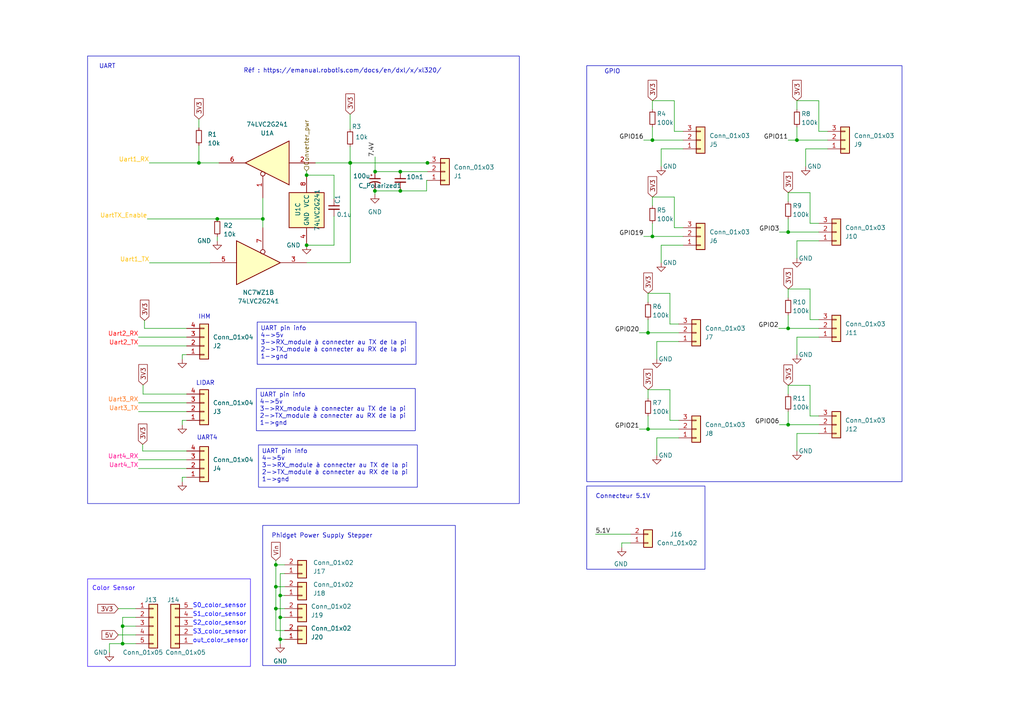
<source format=kicad_sch>
(kicad_sch (version 20230121) (generator eeschema)
  (paper "A4")
  (lib_symbols
    (symbol "74xGxx:74LVC2G241"
      (property "Reference" "U" (at 2.54 5.08 0))
      (property "Value" "74LVC2G241" (at 2.54 -7.62 0))
      (symbol "74LVC2G241_1_1"
        (polyline (pts (xy -7.62 6.35) (xy -7.62 -6.35) (xy 5.08 0) (xy -7.62 6.35)) (stroke (width 0.254)) (fill (type background)))
        (pin input inverted (at 0 10.16 270) (length 7.62) (name "~") (number "1"))
        (pin input line (at -15.24 0 0) (length 7.62) (name "~") (number "2"))
        (pin tri_state line (at 12.7 0 180) (length 7.62) (name "~") (number "6"))
      )
      (symbol "74LVC2G241_2_1"
        (polyline (pts (xy -7.62 6.35) (xy -7.62 -6.35) (xy 5.08 0) (xy -7.62 6.35)) (stroke (width 0.254)) (fill (type background)))
        (pin tri_state line (at 12.7 0 180) (length 7.62) (name "~") (number "3"))
        (pin input line (at -15.24 0 0) (length 7.62) (name "~") (number "5"))
        (pin input inverted (at 0 10.16 270) (length 7.62) (name "~") (number "7"))
      )
      (symbol "74LVC2G241_3_0"
        (rectangle (start -5.08 -5.08) (end 5.08 5.08) (stroke (width 0.254)) (fill (type background)))
      )
      (symbol "74LVC2G241_3_1"
        (pin power_in line (at 0 -10.16 90) (length 5.08) (name "GND") (number "4"))
        (pin power_in line (at 0 10.16 270) (length 5.08) (name "VCC") (number "8"))
      )
    )
    (symbol "Connector_Generic:Conn_01x02" (pin_names (offset 1.016) hide)
      (property "Reference" "J" (at 0 2.54 0))
      (property "Value" "Conn_01x02" (at 0 -5.08 0))
      (symbol "Conn_01x02_1_1"
        (rectangle (start -1.27 -2.413) (end 0 -2.667) (stroke (width 0.1524)))
        (rectangle (start -1.27 0.127) (end 0 -0.127) (stroke (width 0.1524)))
        (rectangle (start -1.27 1.27) (end 1.27 -3.81) (stroke (width 0.254)) (fill (type background)))
        (pin passive line (at -5.08 0 0) (length 3.81) (name "Pin_1") (number "1"))
        (pin passive line (at -5.08 -2.54 0) (length 3.81) (name "Pin_2") (number "2"))
      )
    )
    (symbol "Connector_Generic:Conn_01x03" (pin_names (offset 1.016) hide)
      (property "Reference" "J" (at 0 5.08 0))
      (property "Value" "Conn_01x03" (at 0 -5.08 0))
      (symbol "Conn_01x03_1_1"
        (rectangle (start -1.27 -2.413) (end 0 -2.667) (stroke (width 0.1524)))
        (rectangle (start -1.27 0.127) (end 0 -0.127) (stroke (width 0.1524)))
        (rectangle (start -1.27 2.667) (end 0 2.413) (stroke (width 0.1524)))
        (rectangle (start -1.27 3.81) (end 1.27 -3.81) (stroke (width 0.254)) (fill (type background)))
        (pin passive line (at -5.08 2.54 0) (length 3.81) (name "Pin_1") (number "1"))
        (pin passive line (at -5.08 0 0) (length 3.81) (name "Pin_2") (number "2"))
        (pin passive line (at -5.08 -2.54 0) (length 3.81) (name "Pin_3") (number "3"))
      )
    )
    (symbol "Connector_Generic:Conn_01x04" (pin_names (offset 1.016) hide)
      (property "Reference" "J" (at 0 5.08 0))
      (property "Value" "Conn_01x04" (at 0 -7.62 0))
      (symbol "Conn_01x04_1_1"
        (rectangle (start -1.27 -4.953) (end 0 -5.207) (stroke (width 0.1524)))
        (rectangle (start -1.27 -2.413) (end 0 -2.667) (stroke (width 0.1524)))
        (rectangle (start -1.27 0.127) (end 0 -0.127) (stroke (width 0.1524)))
        (rectangle (start -1.27 2.667) (end 0 2.413) (stroke (width 0.1524)))
        (rectangle (start -1.27 3.81) (end 1.27 -6.35) (stroke (width 0.254)) (fill (type background)))
        (pin passive line (at -5.08 2.54 0) (length 3.81) (name "Pin_1") (number "1"))
        (pin passive line (at -5.08 0 0) (length 3.81) (name "Pin_2") (number "2"))
        (pin passive line (at -5.08 -2.54 0) (length 3.81) (name "Pin_3") (number "3"))
        (pin passive line (at -5.08 -5.08 0) (length 3.81) (name "Pin_4") (number "4"))
      )
    )
    (symbol "Connector_Generic:Conn_01x05" (pin_names (offset 1.016) hide)
      (property "Reference" "J" (at 0 7.62 0))
      (property "Value" "Conn_01x05" (at 0 -7.62 0))
      (symbol "Conn_01x05_1_1"
        (rectangle (start -1.27 -4.953) (end 0 -5.207) (stroke (width 0.1524)))
        (rectangle (start -1.27 -2.413) (end 0 -2.667) (stroke (width 0.1524)))
        (rectangle (start -1.27 0.127) (end 0 -0.127) (stroke (width 0.1524)))
        (rectangle (start -1.27 2.667) (end 0 2.413) (stroke (width 0.1524)))
        (rectangle (start -1.27 5.207) (end 0 4.953) (stroke (width 0.1524)))
        (rectangle (start -1.27 6.35) (end 1.27 -6.35) (stroke (width 0.254)) (fill (type background)))
        (pin passive line (at -5.08 5.08 0) (length 3.81) (name "Pin_1") (number "1"))
        (pin passive line (at -5.08 2.54 0) (length 3.81) (name "Pin_2") (number "2"))
        (pin passive line (at -5.08 0 0) (length 3.81) (name "Pin_3") (number "3"))
        (pin passive line (at -5.08 -2.54 0) (length 3.81) (name "Pin_4") (number "4"))
        (pin passive line (at -5.08 -5.08 0) (length 3.81) (name "Pin_5") (number "5"))
      )
    )
    (symbol "Device:C_Polarized_Small_US" (pin_numbers hide) (pin_names (offset 0.254) hide)
      (property "Reference" "C" (at 0.254 1.778 0))
      (property "Value" "C_Polarized_Small_US" (at 0.254 -2.032 0))
      (symbol "C_Polarized_Small_US_0_1"
        (polyline (pts (xy -1.524 0.508) (xy 1.524 0.508)) (stroke (width 0.3048)))
        (polyline (pts (xy -1.27 1.524) (xy -0.762 1.524)))
        (polyline (pts (xy -1.016 1.27) (xy -1.016 1.778)))
        (arc (start 1.524 -0.762) (mid 0 -0.3734) (end -1.524 -0.762) (stroke (width 0.3048)))
      )
      (symbol "C_Polarized_Small_US_1_1"
        (pin passive line (at 0 2.54 270) (length 2.032) (name "~") (number "1"))
        (pin passive line (at 0 -2.54 90) (length 2.032) (name "~") (number "2"))
      )
    )
    (symbol "Device:C_Small" (pin_numbers hide) (pin_names (offset 0.254) hide)
      (property "Reference" "C" (at 0.254 1.778 0))
      (property "Value" "C_Small" (at 0.254 -2.032 0))
      (symbol "C_Small_0_1"
        (polyline (pts (xy -1.524 -0.508) (xy 1.524 -0.508)) (stroke (width 0.3302)))
        (polyline (pts (xy -1.524 0.508) (xy 1.524 0.508)) (stroke (width 0.3048)))
      )
      (symbol "C_Small_1_1"
        (pin passive line (at 0 2.54 270) (length 2.032) (name "~") (number "1"))
        (pin passive line (at 0 -2.54 90) (length 2.032) (name "~") (number "2"))
      )
    )
    (symbol "Device:R_Small" (pin_numbers hide) (pin_names (offset 0.254) hide)
      (property "Reference" "R" (at 0.762 0.508 0))
      (property "Value" "R_Small" (at 0.762 -1.016 0))
      (symbol "R_Small_0_1"
        (rectangle (start -0.762 1.778) (end 0.762 -1.778) (stroke (width 0.2032)))
      )
      (symbol "R_Small_1_1"
        (pin passive line (at 0 2.54 270) (length 0.762) (name "~") (number "1"))
        (pin passive line (at 0 -2.54 90) (length 0.762) (name "~") (number "2"))
      )
    )
    (symbol "power:GND" (power) (pin_names (offset 0))
      (property "Value" "GND" (at 0 -3.81 0))
      (symbol "GND_0_1"
        (polyline (pts (xy 0 0) (xy 0 -1.27) (xy 1.27 -1.27) (xy 0 -2.54) (xy -1.27 -1.27) (xy 0 -1.27)))
      )
      (symbol "GND_1_1"
        (pin power_in line (at 0 0 270) (length 0) hide (name "GND") (number "1"))
      )
    )
  )
  (junction (at 108.7402 55.372))
  (junction (at 76.2282 63.5))
  (junction (at 228.6 95.25))
  (junction (at 80.01 170.18))
  (junction (at 81.28 185.42))
  (junction (at 116.1062 55.372))
  (junction (at 81.28 179.07))
  (junction (at 63.0202 63.5))
  (junction (at 231.14 40.64))
  (junction (at 228.6 67.31))
  (junction (at 187.96 96.52))
  (junction (at 88.9282 50.8))
  (junction (at 35.56 181.61))
  (junction (at 80.01 176.53))
  (junction (at 189.23 68.58))
  (junction (at 35.56 186.69))
  (junction (at 88.9282 71.12))
  (junction (at 80.01 163.83))
  (junction (at 116.1062 49.784))
  (junction (at 189.23 40.64))
  (junction (at 108.7926 49.784))
  (junction (at 101.5464 47.244))
  (junction (at 81.28 172.72))
  (junction (at 187.96 124.46))
  (junction (at 123.9802 47.244))
  (junction (at 57.6862 47.244))
  (junction (at 101.6 47.244))
  (junction (at 228.6 123.19))
  (wire (pts (xy 35.56 186.69) (xy 31.75 186.69)))
  (wire (pts (xy 198.12 43.18) (xy 191.77 43.18)))
  (wire (pts (xy 231.14 69.85) (xy 231.14 74.93)))
  (wire (pts (xy 194.31 85.09) (xy 194.31 93.98)))
  (wire (pts (xy 237.49 38.1) (xy 240.03 38.1)))
  (wire (pts (xy 187.96 113.03) (xy 187.96 115.57)))
  (wire (pts (xy 108.7402 55.372) (xy 108.7402 54.864)))
  (wire (pts (xy 237.49 97.79) (xy 231.14 97.79)))
  (wire (pts (xy 108.7402 55.372) (xy 108.7402 56.388)))
  (wire (pts (xy 123.9802 47.244) (xy 124.2342 47.244)))
  (wire (pts (xy 80.01 162.56) (xy 80.01 163.83)))
  (wire (pts (xy 195.58 57.15) (xy 195.58 66.04)))
  (wire (pts (xy 231.14 97.79) (xy 231.14 102.87)))
  (wire (pts (xy 196.85 127) (xy 190.5 127)))
  (wire (pts (xy 187.96 85.09) (xy 194.31 85.09)))
  (wire (pts (xy 62.7662 63.246) (xy 63.0202 63.246)))
  (wire (pts (xy 63.0202 63.246) (xy 63.0202 63.5)))
  (wire (pts (xy 231.14 125.73) (xy 231.14 130.81)))
  (wire (pts (xy 57.6862 47.244) (xy 63.5282 47.244)))
  (wire (pts (xy 80.01 176.53) (xy 82.55 176.53)))
  (wire (pts (xy 43.2781 47.244) (xy 57.6862 47.244)))
  (wire (pts (xy 189.23 64.77) (xy 189.23 68.58)))
  (wire (pts (xy 228.6 119.38) (xy 228.6 123.19)))
  (wire (pts (xy 40.1602 119.38) (xy 54.1302 119.38)))
  (wire (pts (xy 108.7402 49.784) (xy 108.7926 49.784)))
  (wire (pts (xy 101.5464 42.5468) (xy 101.5464 47.244)))
  (wire (pts (xy 237.49 29.21) (xy 237.49 38.1)))
  (wire (pts (xy 96.8814 50.8) (xy 96.8814 57.6511)))
  (wire (pts (xy 41.9072 95.25) (xy 54.1302 95.25)))
  (wire (pts (xy 81.28 185.42) (xy 81.28 186.69)))
  (wire (pts (xy 80.01 170.18) (xy 82.55 170.18)))
  (wire (pts (xy 187.96 92.71) (xy 187.96 96.52)))
  (wire (pts (xy 225.8376 95.25) (xy 228.6 95.25)))
  (wire (pts (xy 40.1602 135.89) (xy 54.1302 135.89)))
  (wire (pts (xy 185.42 96.52) (xy 187.96 96.52)))
  (wire (pts (xy 228.6 40.64) (xy 231.14 40.64)))
  (wire (pts (xy 226.06 67.31) (xy 228.6 67.31)))
  (wire (pts (xy 189.23 40.64) (xy 198.12 40.64)))
  (wire (pts (xy 234.95 92.71) (xy 237.49 92.71)))
  (wire (pts (xy 52.8602 121.92) (xy 54.1302 121.92)))
  (wire (pts (xy 195.58 29.21) (xy 195.58 38.1)))
  (wire (pts (xy 234.95 64.77) (xy 237.49 64.77)))
  (wire (pts (xy 123.7262 52.324) (xy 123.9802 52.324)))
  (wire (pts (xy 101.5464 33.1488) (xy 101.5464 37.4668)))
  (wire (pts (xy 41.9072 92.964) (xy 41.9072 95.25)))
  (wire (pts (xy 237.49 69.85) (xy 231.14 69.85)))
  (wire (pts (xy 101.5464 47.244) (xy 101.6 47.244)))
  (wire (pts (xy 189.23 57.15) (xy 189.23 59.69)))
  (wire (pts (xy 80.01 163.83) (xy 80.01 170.18)))
  (wire (pts (xy 228.6 111.76) (xy 228.6 114.3)))
  (wire (pts (xy 189.23 36.83) (xy 189.23 40.64)))
  (wire (pts (xy 231.14 36.83) (xy 231.14 40.64)))
  (wire (pts (xy 88.9282 76.2) (xy 101.6 76.2)))
  (wire (pts (xy 194.31 121.92) (xy 196.85 121.92)))
  (wire (pts (xy 60.9882 76.2303) (xy 60.9882 76.2)))
  (wire (pts (xy 40.1602 133.35) (xy 54.1302 133.35)))
  (wire (pts (xy 187.96 113.03) (xy 194.31 113.03)))
  (wire (pts (xy 187.96 124.46) (xy 196.85 124.46)))
  (wire (pts (xy 234.95 55.88) (xy 234.95 64.77)))
  (wire (pts (xy 228.6 95.25) (xy 237.49 95.25)))
  (wire (pts (xy 35.56 181.61) (xy 35.56 186.69)))
  (wire (pts (xy 186.69 68.58) (xy 189.23 68.58)))
  (wire (pts (xy 40.1602 116.84) (xy 54.1302 116.84)))
  (wire (pts (xy 108.7926 49.784) (xy 116.1062 49.784)))
  (wire (pts (xy 82.55 185.42) (xy 81.28 185.42)))
  (wire (pts (xy 101.6 47.244) (xy 123.9802 47.244)))
  (wire (pts (xy 82.55 179.07) (xy 81.28 179.07)))
  (wire (pts (xy 39.37 186.69) (xy 35.56 186.69)))
  (wire (pts (xy 52.8602 123.19) (xy 52.8602 121.92)))
  (wire (pts (xy 52.8602 102.87) (xy 54.1302 102.87)))
  (wire (pts (xy 231.14 29.21) (xy 231.14 31.75)))
  (wire (pts (xy 116.1062 55.372) (xy 116.1062 54.864)))
  (wire (pts (xy 41.4925 111.6585) (xy 41.4925 114.3)))
  (wire (pts (xy 191.77 43.18) (xy 191.77 48.26)))
  (wire (pts (xy 88.9201 50.8) (xy 88.9201 49.5599)))
  (wire (pts (xy 187.96 85.09) (xy 187.96 87.63)))
  (wire (pts (xy 180.34 157.48) (xy 180.34 158.75)))
  (wire (pts (xy 228.6 83.82) (xy 228.6 86.36)))
  (wire (pts (xy 80.01 170.18) (xy 80.01 176.53)))
  (wire (pts (xy 240.03 43.18) (xy 233.68 43.18)))
  (wire (pts (xy 96.8814 62.7311) (xy 96.8814 71.12)))
  (wire (pts (xy 191.77 71.12) (xy 191.77 76.2)))
  (wire (pts (xy 228.6 123.19) (xy 237.49 123.19)))
  (wire (pts (xy 172.72 154.94) (xy 182.88 154.94)))
  (wire (pts (xy 196.85 99.06) (xy 190.5 99.06)))
  (wire (pts (xy 198.12 71.12) (xy 191.77 71.12)))
  (wire (pts (xy 195.58 66.04) (xy 198.12 66.04)))
  (wire (pts (xy 34.29 176.53) (xy 39.37 176.53)))
  (wire (pts (xy 76.2282 63.5) (xy 63.0202 63.5)))
  (wire (pts (xy 88.9282 71.12) (xy 96.8814 71.12)))
  (wire (pts (xy 228.6 111.76) (xy 234.95 111.76)))
  (wire (pts (xy 88.9201 50.8) (xy 88.9282 50.8)))
  (wire (pts (xy 123.7262 55.372) (xy 123.7262 52.324)))
  (wire (pts (xy 76.2282 57.404) (xy 76.2282 63.5)))
  (wire (pts (xy 108.7402 55.372) (xy 116.1062 55.372)))
  (wire (pts (xy 194.31 113.03) (xy 194.31 121.92)))
  (wire (pts (xy 40.1602 100.33) (xy 54.1302 100.33)))
  (wire (pts (xy 63.0202 69.85) (xy 63.0202 68.58)))
  (wire (pts (xy 82.55 163.83) (xy 80.01 163.83)))
  (wire (pts (xy 39.37 179.07) (xy 35.56 179.07)))
  (wire (pts (xy 62.7662 63.5) (xy 42.7002 63.5)))
  (wire (pts (xy 228.6 55.88) (xy 228.6 58.42)))
  (wire (pts (xy 81.28 179.07) (xy 81.28 185.42)))
  (wire (pts (xy 41.4925 114.3) (xy 54.1302 114.3)))
  (wire (pts (xy 190.5 99.06) (xy 190.5 104.14)))
  (wire (pts (xy 41.9382 92.964) (xy 41.9072 92.964)))
  (wire (pts (xy 116.1062 55.372) (xy 123.7262 55.372)))
  (wire (pts (xy 195.58 38.1) (xy 198.12 38.1)))
  (wire (pts (xy 35.56 179.07) (xy 35.56 181.61)))
  (wire (pts (xy 57.6862 34.544) (xy 57.6862 37.084)))
  (wire (pts (xy 182.88 157.48) (xy 180.34 157.48)))
  (wire (pts (xy 228.6 91.44) (xy 228.6 95.25)))
  (wire (pts (xy 226.06 123.19) (xy 228.6 123.19)))
  (wire (pts (xy 190.5 127) (xy 190.5 132.08)))
  (wire (pts (xy 186.69 40.64) (xy 189.23 40.64)))
  (wire (pts (xy 80.01 182.88) (xy 82.55 182.88)))
  (wire (pts (xy 189.23 57.15) (xy 195.58 57.15)))
  (wire (pts (xy 52.8602 139.7) (xy 52.8602 138.43)))
  (wire (pts (xy 80.01 176.53) (xy 80.01 182.88)))
  (wire (pts (xy 82.55 166.37) (xy 81.28 166.37)))
  (wire (pts (xy 187.96 96.52) (xy 196.85 96.52)))
  (wire (pts (xy 81.28 172.72) (xy 82.55 172.72)))
  (wire (pts (xy 189.23 29.21) (xy 195.58 29.21)))
  (wire (pts (xy 233.68 43.18) (xy 233.68 48.26)))
  (wire (pts (xy 81.28 166.37) (xy 81.28 172.72)))
  (wire (pts (xy 234.95 111.76) (xy 234.95 120.65)))
  (wire (pts (xy 41.376 130.81) (xy 54.1302 130.81)))
  (wire (pts (xy 228.6 55.88) (xy 234.95 55.88)))
  (wire (pts (xy 228.6 67.31) (xy 237.49 67.31)))
  (wire (pts (xy 34.29 184.15) (xy 39.37 184.15)))
  (wire (pts (xy 234.95 120.65) (xy 237.49 120.65)))
  (wire (pts (xy 31.75 186.69) (xy 31.75 189.23)))
  (wire (pts (xy 231.14 29.21) (xy 237.49 29.21)))
  (wire (pts (xy 52.8602 104.14) (xy 52.8602 102.87)))
  (wire (pts (xy 231.14 40.64) (xy 240.03 40.64)))
  (wire (pts (xy 41.376 128.9051) (xy 41.376 130.81)))
  (wire (pts (xy 57.6862 42.164) (xy 57.6862 47.244)))
  (wire (pts (xy 108.7926 45.515) (xy 108.7926 49.784)))
  (wire (pts (xy 228.6 83.82) (xy 234.95 83.82)))
  (wire (pts (xy 43.3378 76.2303) (xy 60.9882 76.2303)))
  (wire (pts (xy 40.1602 97.79) (xy 54.1302 97.79)))
  (wire (pts (xy 185.42 124.46) (xy 187.96 124.46)))
  (wire (pts (xy 194.31 93.98) (xy 196.85 93.98)))
  (wire (pts (xy 76.2282 63.5) (xy 76.2282 66.04)))
  (wire (pts (xy 189.23 68.58) (xy 198.12 68.58)))
  (wire (pts (xy 91.4682 47.244) (xy 101.5464 47.244)))
  (wire (pts (xy 88.9282 50.8) (xy 96.8814 50.8)))
  (wire (pts (xy 116.1062 49.784) (xy 123.9802 49.784)))
  (wire (pts (xy 62.7662 63.5) (xy 62.7662 63.246)))
  (wire (pts (xy 81.28 172.72) (xy 81.28 179.07)))
  (wire (pts (xy 187.96 120.65) (xy 187.96 124.46)))
  (wire (pts (xy 234.95 83.82) (xy 234.95 92.71)))
  (wire (pts (xy 35.56 181.61) (xy 39.37 181.61)))
  (wire (pts (xy 228.6 63.5) (xy 228.6 67.31)))
  (wire (pts (xy 101.6 76.2) (xy 101.6 47.244)))
  (wire (pts (xy 189.23 29.21) (xy 189.23 31.75)))
  (wire (pts (xy 237.49 125.73) (xy 231.14 125.73)))
  (wire (pts (xy 52.8602 138.43) (xy 54.1302 138.43)))
  (rectangle (start 25.4 16.256) (end 150.622 146.05))
  (rectangle (start 25.4 167.894) (end 72.644 193.294) (stroke (width 0) (color 40 0 255 1)))
  (rectangle (start 76.2 152.4) (end 132.08 193.04))
  (rectangle (start 170.18 140.97) (end 204.47 165.1))
  (rectangle (start 170.18 19.05) (end 261.62 139.7))
  (text_box "UART pin info\n4->5v\n3->RX_module à connecter au TX de la pi\n2->TX_module à connecter au RX de la pi\n1->gnd" (at 74.3659 112.6781 0) (size 46.0792 12.2522) (effects (font (size 1.27 1.27)) (justify left top)))
  (text_box "UART pin info\n4->5v\n3->RX_module à connecter au TX de la pi\n2->TX_module à connecter au RX de la pi\n1->gnd" (at 74.968 129.0507 0) (size 46.0792 12.2522) (effects (font (size 1.27 1.27)) (justify left top)))
  (text_box "UART pin info\n4->5v\n3->RX_module à connecter au TX de la pi\n2->TX_module à connecter au RX de la pi\n1->gnd" (at 74.599 93.4118 0) (size 46.0792 12.2522) (effects (font (size 1.27 1.27)) (justify left top)))
  (text "GPIO" (at 175.26 21.59 0) (effects (font (size 1.27 1.27)) (justify left bottom)))
  (text "LIDAR" (at 56.8281 111.9595 0) (effects (font (size 1.27 1.27)) (justify left bottom)))
  (text "Connecteur 5.1V\n" (at 172.72 144.78 0) (effects (font (size 1.27 1.27)) (justify left bottom)))
  (text "IHM\n" (at 57.5273 92.732 0) (effects (font (size 1.27 1.27)) (justify left bottom)))
  (text "Réf : https://emanual.robotis.com/docs/en/dxl/x/xl320/" (at 70.612 21.336 0) (effects (font (size 1.27 1.27)) (justify left bottom)))
  (text "Color Sensor" (at 26.67 171.45 0) (effects (font (size 1.27 1.27)) (justify left bottom)))
  (text "Phidget Power Supply Stepper" (at 78.74 156.21 0) (effects (font (size 1.27 1.27)) (justify left bottom)))
  (text "UART4" (at 57.0611 127.8077 0) (effects (font (size 1.27 1.27)) (justify left bottom)))
  (text "UART\n" (at 28.702 20.066 0) (effects (font (size 1.27 1.27)) (justify left bottom)))
  (label "Uart1_TX" (at 43.3378 76.2303 180))
  (label "7.4V" (at 108.7926 45.515 90))
  (label "Uart4_TX" (at 40.1602 135.89 180))
  (label "5.1V" (at 172.72 154.94 0))
  (label "GPIO20" (at 185.42 96.52 180) (property "info" "pwm" (effects hide)))
  (label "Uart3_RX" (at 40.1602 116.84 180))
  (label "S1_color_sensor" (at 55.88 179.07 0))
  (label "S3_color_sensor" (at 55.88 184.15 0))
  (label "Uart1_RX" (at 43.2781 47.244 180))
  (label "Uart4_RX" (at 40.1602 133.35 180))
  (label "GPIO06" (at 226.06 123.19 180) (property "info" "pwm" (effects hide)))
  (label "GPIO11" (at 228.6 40.64 180) (property "info" "pwm" (effects hide)))
  (label "Uart2_TX" (at 40.1602 100.33 180))
  (label "out_color_sensor" (at 55.88 186.69 0))
  (label "GPIO21" (at 185.42 124.46 180) (property "info" "pwm" (effects hide)))
  (label "GPIO2" (at 225.8376 95.25 180) (property "info" "pwm" (effects hide)))
  (label "Uart2_RX" (at 40.1602 97.79 180))
  (label "GPIO16" (at 186.69 40.64 180) (property "info" "pwm" (effects hide)))
  (label "S0_color_sensor" (at 55.88 176.53 0))
  (label "GPIO19" (at 186.69 68.58 180) (property "info" "pwm" (effects hide)))
  (label "S2_color_sensor" (at 55.88 181.61 0))
  (label "UartTX_Enable" (at 42.7002 63.5 180))
  (label "GPIO3" (at 226.06 67.31 180) (property "info" "pwm" (effects hide)))
  (label "Uart3_TX" (at 40.1602 119.38 180))
  (global_label "3V3" (shape input) (at 41.4925 111.6585 90) (property "Intersheetrefs" "${INTERSHEET_REFS}" (effects hide)))
  (global_label "3V3" (shape input) (at 57.6862 34.544 90) (property "Intersheetrefs" "${INTERSHEET_REFS}" (effects hide)))
  (global_label "3V3" (shape input) (at 41.9382 92.964 90) (property "Intersheetrefs" "${INTERSHEET_REFS}" (effects hide)))
  (global_label "3V3" (shape input) (at 101.5464 33.1488 90) (property "Intersheetrefs" "${INTERSHEET_REFS}" (effects hide)))
  (global_label "3V3" (shape input) (at 228.6 111.76 90) (property "Intersheetrefs" "${INTERSHEET_REFS}" (effects hide)))
  (global_label "3V3" (shape input) (at 231.14 29.21 90) (property "Intersheetrefs" "${INTERSHEET_REFS}" (effects hide)))
  (global_label "3V3" (shape input) (at 189.23 57.15 90) (property "Intersheetrefs" "${INTERSHEET_REFS}" (effects hide)))
  (global_label "3V3" (shape input) (at 187.96 113.03 90) (property "Intersheetrefs" "${INTERSHEET_REFS}" (effects hide)))
  (global_label "5V" (shape input) (at 34.29 184.15 180) (property "Intersheetrefs" "${INTERSHEET_REFS}" (effects hide)))
  (global_label "3V3" (shape input) (at 34.29 176.53 180) (property "Intersheetrefs" "${INTERSHEET_REFS}" (effects hide)))
  (global_label "3V3" (shape input) (at 228.6 55.88 90) (property "Intersheetrefs" "${INTERSHEET_REFS}" (effects hide)))
  (global_label "3V3" (shape input) (at 228.6 83.82 90) (property "Intersheetrefs" "${INTERSHEET_REFS}" (effects hide)))
  (global_label "3V3" (shape input) (at 189.23 29.21 90) (property "Intersheetrefs" "${INTERSHEET_REFS}" (effects hide)))
  (global_label "3V3" (shape input) (at 187.96 85.09 90) (property "Intersheetrefs" "${INTERSHEET_REFS}" (effects hide)))
  (global_label "3V3" (shape input) (at 41.376 128.9051 90) (property "Intersheetrefs" "${INTERSHEET_REFS}" (effects hide)))
  (global_label "Vin" (shape input) (at 80.01 162.56 90) (property "Intersheetrefs" "${INTERSHEET_REFS}" (effects hide)))
  (hierarchical_label "Converter_pwr" (shape input) (at 88.9201 49.5599 90))
  (symbol (lib_id "Connector_Generic:Conn_01x02") (at 87.63 185.42 0) (mirror x) (unit 1)
    (property "Reference" "J20" (at 90.17 184.785 0) (effects (justify left)))
    (property "Value" "Conn_01x02" (at 90.17 182.245 0) (effects (justify left)))
  )
  (symbol (lib_id "power:GND") (at 231.14 74.93 0) (unit 1)
    (property "Reference" "#PWR012" (effects hide))
    (property "Value" "GND" (at 233.68 74.93 0))
  )
  (symbol (lib_id "Device:R_Small") (at 228.6 116.84 0) (unit 1)
    (property "Reference" "R11" (at 229.87 115.57 0) (effects (justify left)))
    (property "Value" "100k" (at 229.87 118.11 0) (effects (justify left)))
    (property "Footprint" "Resistor_SMD:R_0402_1005Metric" (effects hide))
  )
  (symbol (lib_id "power:GND") (at 190.5 104.14 0) (unit 1)
    (property "Reference" "#PWR09" (effects hide))
    (property "Value" "GND" (at 193.04 104.14 0))
  )
  (symbol (lib_id "Connector_Generic:Conn_01x04") (at 59.2102 100.33 0) (mirror x) (unit 1)
    (property "Reference" "J2" (at 61.7502 100.33 0) (effects (justify left)))
    (property "Value" "Conn_01x04" (at 61.7502 97.79 0) (effects (justify left)))
  )
  (symbol (lib_id "power:GND") (at 191.77 48.26 0) (unit 1)
    (property "Reference" "#PWR07" (effects hide))
    (property "Value" "GND" (at 194.31 48.26 0))
  )
  (symbol (lib_id "Connector_Generic:Conn_01x03") (at 203.2 40.64 0) (mirror x) (unit 1)
    (property "Reference" "J5" (at 205.74 41.91 0) (effects (justify left)))
    (property "Value" "Conn_01x03" (at 205.74 39.37 0) (effects (justify left)))
  )
  (symbol (lib_id "power:GND") (at 190.5 132.08 0) (unit 1)
    (property "Reference" "#PWR010" (effects hide))
    (property "Value" "GND" (at 193.04 132.08 0))
  )
  (symbol (lib_id "Connector_Generic:Conn_01x03") (at 203.2 68.58 0) (mirror x) (unit 1)
    (property "Reference" "J6" (at 205.74 69.85 0) (effects (justify left)))
    (property "Value" "Conn_01x03" (at 205.74 67.31 0) (effects (justify left)))
  )
  (symbol (lib_id "Connector_Generic:Conn_01x03") (at 129.0602 49.784 0) (mirror x) (unit 1)
    (property "Reference" "J1" (at 131.6002 51.054 0) (effects (justify left)))
    (property "Value" "Conn_01x03" (at 131.6002 48.514 0) (effects (justify left)))
  )
  (symbol (lib_id "74xGxx:74LVC2G241") (at 76.2282 76.2 0) (unit 2)
    (property "Reference" "NC7WZ1" (at 74.9582 84.836 0))
    (property "Value" "74LVC2G241" (at 74.9582 87.376 0))
    (property "Datasheet" "https://www.ti.com/lit/ds/symlink/sn74lvc2g241.pdf?ts=1706023484753" (effects hide))
    (property "Numero de fabrication" "SN74LVC2G241DCTR" (effects hide))
    (property "nemero mouser" "595-SN74LVC2G241DCTR" (effects hide))
  )
  (symbol (lib_id "Device:R_Small") (at 228.6 88.9 0) (unit 1)
    (property "Reference" "R10" (at 229.87 87.63 0) (effects (justify left)))
    (property "Value" "100k" (at 229.87 90.17 0) (effects (justify left)))
    (property "Footprint" "Resistor_SMD:R_0402_1005Metric" (effects hide))
  )
  (symbol (lib_id "Connector_Generic:Conn_01x03") (at 245.11 40.64 0) (mirror x) (unit 1)
    (property "Reference" "J9" (at 247.65 41.91 0) (effects (justify left)))
    (property "Value" "Conn_01x03" (at 247.65 39.37 0) (effects (justify left)))
  )
  (symbol (lib_id "power:GND") (at 231.14 130.81 0) (unit 1)
    (property "Reference" "#PWR014" (effects hide))
    (property "Value" "GND" (at 233.68 130.81 0))
  )
  (symbol (lib_id "power:GND") (at 233.68 48.26 0) (unit 1)
    (property "Reference" "#PWR011" (effects hide))
    (property "Value" "GND" (at 236.22 48.26 0))
  )
  (symbol (lib_id "Connector_Generic:Conn_01x03") (at 201.93 96.52 0) (mirror x) (unit 1)
    (property "Reference" "J7" (at 204.47 97.79 0) (effects (justify left)))
    (property "Value" "Conn_01x03" (at 204.47 95.25 0) (effects (justify left)))
  )
  (symbol (lib_id "power:GND") (at 108.7402 56.388 0) (unit 1)
    (property "Reference" "#PWR03" (effects hide))
    (property "Value" "GND" (at 108.7402 61.468 0))
  )
  (symbol (lib_id "Device:R_Small") (at 228.6 60.96 0) (unit 1)
    (property "Reference" "R9" (at 229.87 59.69 0) (effects (justify left)))
    (property "Value" "100k" (at 229.87 62.23 0) (effects (justify left)))
    (property "Footprint" "Resistor_SMD:R_0402_1005Metric" (effects hide))
  )
  (symbol (lib_id "Connector_Generic:Conn_01x03") (at 242.57 67.31 0) (mirror x) (unit 1)
    (property "Reference" "J10" (at 245.11 68.58 0) (effects (justify left)))
    (property "Value" "Conn_01x03" (at 245.11 66.04 0) (effects (justify left)))
  )
  (symbol (lib_id "Device:R_Small") (at 57.6862 39.624 0) (unit 1)
    (property "Reference" "R1" (at 60.2262 38.989 0) (effects (justify left)))
    (property "Value" "10k" (at 60.2262 41.529 0) (effects (justify left)))
  )
  (symbol (lib_id "Connector_Generic:Conn_01x05") (at 50.8 181.61 180) (unit 1)
    (property "Reference" "J14" (at 52.07 173.99 0) (effects (justify left)))
    (property "Value" "Conn_01x05" (at 59.69 189.23 0) (effects (justify left)))
  )
  (symbol (lib_id "Device:C_Polarized_Small_US") (at 108.7402 52.324 0) (unit 1)
    (property "Reference" "C_Polarized1" (at 103.9142 53.848 0) (effects (justify left)))
    (property "Value" "100u" (at 102.3902 51.054 0) (effects (justify left)))
  )
  (symbol (lib_id "Connector_Generic:Conn_01x02") (at 87.63 179.07 0) (mirror x) (unit 1)
    (property "Reference" "J19" (at 90.17 178.435 0) (effects (justify left)))
    (property "Value" "Conn_01x02" (at 90.17 175.895 0) (effects (justify left)))
  )
  (symbol (lib_id "Connector_Generic:Conn_01x05") (at 44.45 181.61 0) (unit 1)
    (property "Reference" "J13" (at 41.91 173.99 0) (effects (justify left)))
    (property "Value" "Conn_01x05" (at 35.56 189.23 0) (effects (justify left)))
  )
  (symbol (lib_id "power:GND") (at 81.28 186.69 0) (unit 1)
    (property "Reference" "#PWR025" (effects hide))
    (property "Value" "GND" (at 81.28 191.77 0))
  )
  (symbol (lib_id "74xGxx:74LVC2G241") (at 76.2282 47.244 180) (unit 1)
    (property "Reference" "U1" (at 77.4982 38.608 0))
    (property "Value" "74LVC2G241" (at 77.4982 36.068 0))
    (property "Datasheet" "https://www.ti.com/lit/ds/symlink/sn74lvc2g241.pdf?ts=1706023484753" (effects hide))
    (property "numero mouser" "595-SN74LVC2G241DCTR" (effects hide))
  )
  (symbol (lib_id "power:GND") (at 52.8602 123.19 0) (unit 1)
    (property "Reference" "#PWR05" (effects hide))
    (property "Value" "GND" (effects hide))
  )
  (symbol (lib_id "Device:R_Small") (at 101.5464 40.0068 0) (unit 1)
    (property "Reference" "R3" (at 102.0544 36.7048 0) (effects (justify left)))
    (property "Value" "10k" (at 103.0704 39.7528 0) (effects (justify left)))
  )
  (symbol (lib_id "power:GND") (at 52.8602 104.14 0) (unit 1)
    (property "Reference" "#PWR04" (effects hide))
    (property "Value" "GND" (effects hide))
  )
  (symbol (lib_id "Connector_Generic:Conn_01x02") (at 87.63 172.72 0) (mirror x) (unit 1)
    (property "Reference" "J18" (at 90.805 172.085 0) (effects (justify left)))
    (property "Value" "Conn_01x02" (at 90.805 169.545 0) (effects (justify left)))
  )
  (symbol (lib_id "Device:R_Small") (at 63.0202 66.04 0) (unit 1)
    (property "Reference" "R2" (at 64.7982 65.405 0) (effects (justify left)))
    (property "Value" "10k" (at 64.7982 67.945 0) (effects (justify left)))
  )
  (symbol (lib_id "Device:R_Small") (at 187.96 118.11 0) (unit 1)
    (property "Reference" "R7" (at 189.23 116.84 0) (effects (justify left)))
    (property "Value" "100k" (at 189.23 119.38 0) (effects (justify left)))
    (property "Footprint" "Resistor_SMD:R_0402_1005Metric" (effects hide))
  )
  (symbol (lib_id "Connector_Generic:Conn_01x02") (at 187.96 157.48 0) (mirror x) (unit 1)
    (property "Reference" "J16" (at 194.31 154.94 0) (effects (justify left)))
    (property "Value" "Conn_01x02" (at 190.5 157.48 0) (effects (justify left)))
  )
  (symbol (lib_id "power:GND") (at 52.8602 139.7 0) (unit 1)
    (property "Reference" "#PWR06" (effects hide))
    (property "Value" "GND" (effects hide))
  )
  (symbol (lib_id "Connector_Generic:Conn_01x03") (at 242.57 95.25 0) (mirror x) (unit 1)
    (property "Reference" "J11" (at 245.11 96.52 0) (effects (justify left)))
    (property "Value" "Conn_01x03" (at 245.11 93.98 0) (effects (justify left)))
  )
  (symbol (lib_id "Connector_Generic:Conn_01x04") (at 59.2102 135.89 0) (mirror x) (unit 1)
    (property "Reference" "J4" (at 61.7502 135.89 0) (effects (justify left)))
    (property "Value" "Conn_01x04" (at 61.7502 133.35 0) (effects (justify left)))
  )
  (symbol (lib_id "Device:R_Small") (at 187.96 90.17 0) (unit 1)
    (property "Reference" "R6" (at 189.23 88.9 0) (effects (justify left)))
    (property "Value" "100k" (at 189.23 91.44 0) (effects (justify left)))
    (property "Footprint" "Resistor_SMD:R_0402_1005Metric" (effects hide))
  )
  (symbol (lib_id "Connector_Generic:Conn_01x03") (at 242.57 123.19 0) (mirror x) (unit 1)
    (property "Reference" "J12" (at 245.11 124.46 0) (effects (justify left)))
    (property "Value" "Conn_01x03" (at 245.11 121.92 0) (effects (justify left)))
  )
  (symbol (lib_id "Connector_Generic:Conn_01x02") (at 87.63 166.37 0) (mirror x) (unit 1)
    (property "Reference" "J17" (at 90.805 165.735 0) (effects (justify left)))
    (property "Value" "Conn_01x02" (at 90.805 163.195 0) (effects (justify left)))
  )
  (symbol (lib_id "power:GND") (at 31.75 189.23 0) (unit 1)
    (property "Reference" "#PWR015" (effects hide))
    (property "Value" "GND" (at 29.21 189.23 0))
  )
  (symbol (lib_id "power:GND") (at 63.0202 69.85 0) (unit 1)
    (property "Reference" "#PWR01" (effects hide))
    (property "Value" "GND" (at 59.2102 69.85 0))
  )
  (symbol (lib_id "Connector_Generic:Conn_01x03") (at 201.93 124.46 0) (mirror x) (unit 1)
    (property "Reference" "J8" (at 204.47 125.73 0) (effects (justify left)))
    (property "Value" "Conn_01x03" (at 204.47 123.19 0) (effects (justify left)))
  )
  (symbol (lib_id "Connector_Generic:Conn_01x04") (at 59.2102 119.38 0) (mirror x) (unit 1)
    (property "Reference" "J3" (at 61.7502 119.38 0) (effects (justify left)))
    (property "Value" "Conn_01x04" (at 61.7502 116.84 0) (effects (justify left)))
  )
  (symbol (lib_id "Device:R_Small") (at 189.23 34.29 0) (unit 1)
    (property "Reference" "R4" (at 190.5 33.02 0) (effects (justify left)))
    (property "Value" "100k" (at 190.5 35.56 0) (effects (justify left)))
    (property "Footprint" "Resistor_SMD:R_0402_1005Metric" (effects hide))
  )
  (symbol (lib_id "power:GND") (at 191.77 76.2 0) (unit 1)
    (property "Reference" "#PWR08" (effects hide))
    (property "Value" "GND" (at 194.31 76.2 0))
  )
  (symbol (lib_id "Device:R_Small") (at 231.14 34.29 0) (unit 1)
    (property "Reference" "R8" (at 232.41 33.02 0) (effects (justify left)))
    (property "Value" "100k" (at 232.41 35.56 0) (effects (justify left)))
    (property "Footprint" "Resistor_SMD:R_0402_1005Metric" (effects hide))
  )
  (symbol (lib_id "Device:C_Small") (at 116.1062 52.324 0) (unit 1)
    (property "Reference" "10n1" (at 117.8842 51.308 0) (effects (justify left)))
    (property "Value" "C_Small" (effects hide))
  )
  (symbol (lib_id "Device:R_Small") (at 189.23 62.23 0) (unit 1)
    (property "Reference" "R5" (at 190.5 60.96 0) (effects (justify left)))
    (property "Value" "100k" (at 190.5 63.5 0) (effects (justify left)))
    (property "Footprint" "Resistor_SMD:R_0402_1005Metric" (effects hide))
  )
  (symbol (lib_id "power:GND") (at 88.9282 71.12 0) (unit 1)
    (property "Reference" "#PWR02" (effects hide))
    (property "Value" "GND" (at 85.1182 71.12 0))
  )
  (symbol (lib_id "Device:C_Small") (at 96.8814 60.1911 0) (unit 1)
    (property "Reference" "C1" (at 97.8974 59.1751 90) (effects (justify left)))
    (property "Value" "0.1u" (at 97.6434 62.2231 0) (effects (justify left)))
  )
  (symbol (lib_id "power:GND") (at 231.14 102.87 0) (unit 1)
    (property "Reference" "#PWR013" (effects hide))
    (property "Value" "GND" (at 233.68 102.87 0))
  )
  (symbol (lib_id "power:GND") (at 180.34 158.75 0) (unit 1)
    (property "Reference" "#PWR024" (effects hide))
    (property "Value" "GND" (at 180.086 163.576 0))
  )
  (symbol (lib_id "74xGxx:74LVC2G241") (at 88.9282 60.96 0) (unit 3)
    (property "Reference" "U1" (at 86.3882 62.738 90) (effects (justify left)))
    (property "Value" "74LVC2G241" (at 91.9762 54.864 90) (effects (justify right)))
    (property "Datasheet" "https://www.ti.com/lit/ds/symlink/sn74lvc2g241.pdf?ts=1706023484753" (effects hide))
    (property "numero mouser" "595-SN74LVC2G241DCTR" (effects hide))
  )
)
</source>
